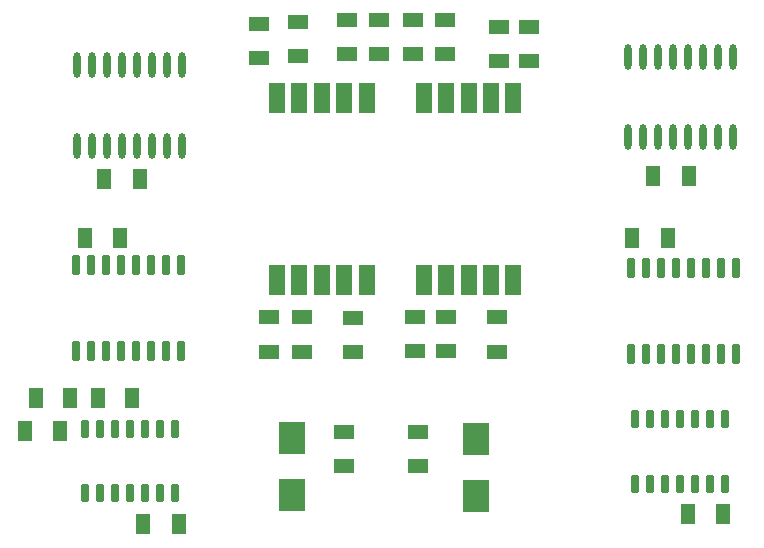
<source format=gtp>
G04*
G04 #@! TF.GenerationSoftware,Altium Limited,Altium Designer,25.0.2 (28)*
G04*
G04 Layer_Color=8421504*
%FSLAX44Y44*%
%MOMM*%
G71*
G04*
G04 #@! TF.SameCoordinates,877775E4-4AF8-4732-A6CF-0C93CC7184C8*
G04*
G04*
G04 #@! TF.FilePolarity,Positive*
G04*
G01*
G75*
%ADD16R,2.2000X2.8000*%
G04:AMPARAMS|DCode=17|XSize=0.6mm|YSize=1.45mm|CornerRadius=0.051mm|HoleSize=0mm|Usage=FLASHONLY|Rotation=0.000|XOffset=0mm|YOffset=0mm|HoleType=Round|Shape=RoundedRectangle|*
%AMROUNDEDRECTD17*
21,1,0.6000,1.3480,0,0,0.0*
21,1,0.4980,1.4500,0,0,0.0*
1,1,0.1020,0.2490,-0.6740*
1,1,0.1020,-0.2490,-0.6740*
1,1,0.1020,-0.2490,0.6740*
1,1,0.1020,0.2490,0.6740*
%
%ADD17ROUNDEDRECTD17*%
%ADD18R,1.1500X1.8000*%
%ADD19O,0.6000X2.1500*%
G04:AMPARAMS|DCode=20|XSize=0.6mm|YSize=1.65mm|CornerRadius=0.051mm|HoleSize=0mm|Usage=FLASHONLY|Rotation=180.000|XOffset=0mm|YOffset=0mm|HoleType=Round|Shape=RoundedRectangle|*
%AMROUNDEDRECTD20*
21,1,0.6000,1.5480,0,0,180.0*
21,1,0.4980,1.6500,0,0,180.0*
1,1,0.1020,-0.2490,0.7740*
1,1,0.1020,0.2490,0.7740*
1,1,0.1020,0.2490,-0.7740*
1,1,0.1020,-0.2490,-0.7740*
%
%ADD20ROUNDEDRECTD20*%
%ADD21R,1.8000X1.1500*%
%ADD22R,1.4000X2.6000*%
D16*
X922020Y676470D02*
D03*
Y628470D02*
D03*
X1078230Y627200D02*
D03*
Y675200D02*
D03*
D17*
X1289050Y692040D02*
D03*
X1276350D02*
D03*
X1263650D02*
D03*
X1250950D02*
D03*
X1238250D02*
D03*
X1225550D02*
D03*
X1212850D02*
D03*
X1289050Y637540D02*
D03*
X1276350D02*
D03*
X1263650D02*
D03*
X1250950D02*
D03*
X1238250D02*
D03*
X1225550D02*
D03*
X1212850D02*
D03*
X746760Y629340D02*
D03*
X759460D02*
D03*
X772160D02*
D03*
X784860D02*
D03*
X797560D02*
D03*
X810260D02*
D03*
X822960D02*
D03*
X746760Y683840D02*
D03*
X759460D02*
D03*
X772160D02*
D03*
X784860D02*
D03*
X797560D02*
D03*
X810260D02*
D03*
X822960D02*
D03*
D18*
X726200Y681990D02*
D03*
X696200D02*
D03*
X705590Y709930D02*
D03*
X734590D02*
D03*
X757660D02*
D03*
X786660D02*
D03*
X1287540Y612140D02*
D03*
X1257540D02*
D03*
X1240550Y845820D02*
D03*
X1210550D02*
D03*
X1228330Y897890D02*
D03*
X1258330D02*
D03*
X826530Y603250D02*
D03*
X796530D02*
D03*
X777000Y845820D02*
D03*
X747000D02*
D03*
X763510Y895350D02*
D03*
X793510D02*
D03*
D19*
X1295400Y999200D02*
D03*
X1282700D02*
D03*
X1270000D02*
D03*
X1257300D02*
D03*
X1244600D02*
D03*
X1231900D02*
D03*
X1219200D02*
D03*
X1206500D02*
D03*
X1295400Y931200D02*
D03*
X1282700D02*
D03*
X1270000D02*
D03*
X1257300D02*
D03*
X1244600D02*
D03*
X1231900D02*
D03*
X1219200D02*
D03*
X1206500D02*
D03*
X829310Y991870D02*
D03*
X816610D02*
D03*
X803910D02*
D03*
X791210D02*
D03*
X778510D02*
D03*
X765810D02*
D03*
X753110D02*
D03*
X740410D02*
D03*
X829310Y923870D02*
D03*
X816610D02*
D03*
X803910D02*
D03*
X791210D02*
D03*
X778510D02*
D03*
X765810D02*
D03*
X753110D02*
D03*
X740410D02*
D03*
D20*
X1209040Y747340D02*
D03*
X1221740D02*
D03*
X1234440D02*
D03*
X1247140D02*
D03*
X1259840D02*
D03*
X1272540D02*
D03*
X1285240D02*
D03*
X1297940D02*
D03*
X1209040Y819840D02*
D03*
X1221740D02*
D03*
X1234440D02*
D03*
X1247140D02*
D03*
X1259840D02*
D03*
X1272540D02*
D03*
X1285240D02*
D03*
X1297940D02*
D03*
X739140Y749880D02*
D03*
X751840D02*
D03*
X764540D02*
D03*
X777240D02*
D03*
X789940D02*
D03*
X802640D02*
D03*
X815340D02*
D03*
X828040D02*
D03*
X739140Y822380D02*
D03*
X751840D02*
D03*
X764540D02*
D03*
X777240D02*
D03*
X789940D02*
D03*
X802640D02*
D03*
X815340D02*
D03*
X828040D02*
D03*
D21*
X1024890Y1001500D02*
D03*
Y1030500D02*
D03*
X1051560Y1001500D02*
D03*
Y1030500D02*
D03*
X1026160Y779040D02*
D03*
Y750040D02*
D03*
X1052830Y779040D02*
D03*
Y750040D02*
D03*
X1096010Y778510D02*
D03*
Y749510D02*
D03*
X1122680Y995150D02*
D03*
Y1024150D02*
D03*
X1097280Y995150D02*
D03*
Y1024150D02*
D03*
X894080Y997690D02*
D03*
Y1026690D02*
D03*
X927100Y999700D02*
D03*
Y1028700D02*
D03*
X969010Y1001500D02*
D03*
Y1030500D02*
D03*
X995680Y1001500D02*
D03*
Y1030500D02*
D03*
X974090Y777770D02*
D03*
Y748770D02*
D03*
X930910Y778510D02*
D03*
Y749510D02*
D03*
X902970Y778510D02*
D03*
Y749510D02*
D03*
X966470Y652250D02*
D03*
Y681250D02*
D03*
X1028700Y652250D02*
D03*
Y681250D02*
D03*
D22*
X909470Y809930D02*
D03*
X928470D02*
D03*
X947470D02*
D03*
X966470D02*
D03*
X985470D02*
D03*
Y963930D02*
D03*
X966470D02*
D03*
X947470D02*
D03*
X928470D02*
D03*
X909470D02*
D03*
X1033780Y809930D02*
D03*
X1052780D02*
D03*
X1071780D02*
D03*
X1090780D02*
D03*
X1109780D02*
D03*
Y963930D02*
D03*
X1090780D02*
D03*
X1071780D02*
D03*
X1052780D02*
D03*
X1033780D02*
D03*
M02*

</source>
